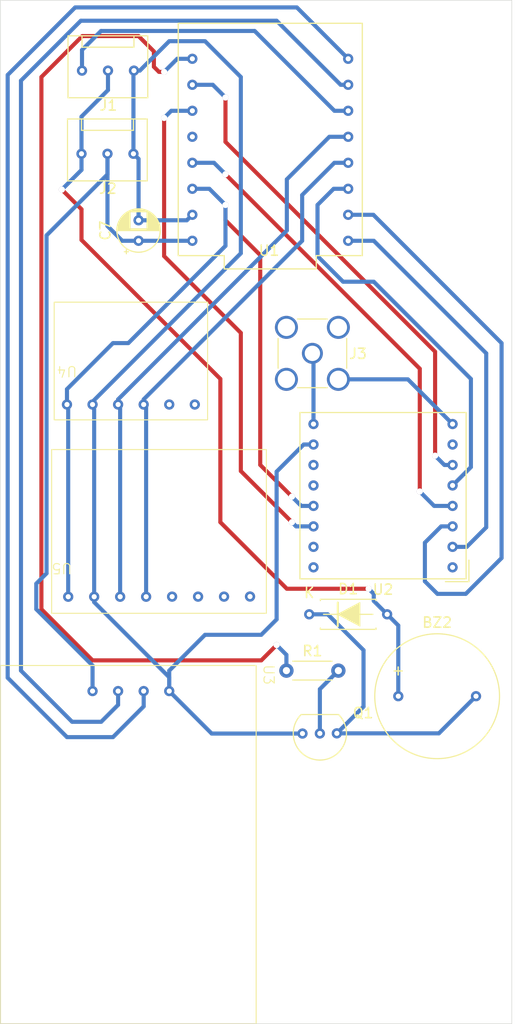
<source format=kicad_pcb>
(kicad_pcb (version 20240108) (generator "pcbnew") (generator_version "8.0")
  (layers (0 "F.Cu" signal) (31 "B.Cu" signal) (34 "B.Paste" user) (35 "F.Paste" user) (36 "B.SilkS" user "B.Silkscreen") (37 "F.SilkS" user "F.Silkscreen") (38 "B.Mask" user) (39 "F.Mask" user) (44 "Edge.Cuts" user))
  (net 0 "")
  (net 1 "Net-(BZ2-+)")
  (net 2 "Net-(BZ2--)")
  (net 3 "Net-(J1-Pin_1)")
  (net 4 "Net-(J1-Pin_3)")
  (net 5 "Net-(Q1-B)")
  (net 6 "Net-(U1-GPIO0)")
  (net 7 "Net-(U1-GPIO20)")
  (net 8 "Net-(U1-GPIO2)")
  (net 9 "Net-(U1-3V3)")
  (net 10 "Net-(U1-GPIO4)")
  (net 12 "Net-(U1-GPIO9)")
  (net 13 "Net-(U1-GPIO21)")
  (net 14 "Net-(U1-GPIO7)")
  (net 15 "Net-(U1-GPIO6)")
  (net 16 "Net-(U1-GPIO8)")
  (net 17 "Net-(U1-GPIO5)")
  (net 18 "Net-(U1-GPIO1)")
  (net 20 "Net-(J3-In)")
  (net 26 "Net-(J3-Ext)")
  (net 33 "Net-(J2-Pin_2)")
  (footprint "PCM_Diode_THT_AKL:D_DO-41_SOD81_P7.62mm_Horizontal" (layer "F.Cu") (at 160.19 88.5)
    (property "Reference" "D1")
    (property "Value" "1N4007" (hide yes))
  )
  (footprint "PCM_Capacitor_THT_AKL:CP_Radial_D4.0mm_P2.00mm" (layer "F.Cu") (at 143.5 52 90)
    (property "Reference" "C7")
    (property "Value" "10uF" (hide yes))
  )
  (footprint "Connector:FanPinHeader_1x03_P2.54mm_Vertical" (layer "F.Cu") (at 143 43.5 180)
    (property "Reference" "J2")
    (property "Value" "Bateria")
  )
  (footprint "Library:GY-NEO6M-V2" (layer "F.Cu") (at 155 93.5 -90)
    (property "Reference" "U3")
    (property "Value" "GPS")
  )
  (footprint "Library:GY-BMP280" (layer "F.Cu") (at 142.75 64.5 180)
    (property "Reference" "U4")
    (property "Value" "BMP280")
  )
  (footprint "Connector_Coaxial:SMA_Amphenol_901-144_Vertical" (layer "F.Cu") (at 160.5 63)
    (property "Reference" "J3")
    (property "Value" "Antena LoRa")
  )
  (footprint "RF_Module:HOPERF_RFM9XW_THT" (layer "F.Cu") (at 174.2075 83.9075 180)
    (property "Reference" "U2")
    (property "Value" "RFM95W")
  )
  (footprint "ESP32-C3_SUPERMINI_TH:MODULE_ESP32-C3_SUPERMINI" (layer "F.Cu") (at 156.38 42.1 180)
    (property "Reference" "U1")
    (property "Value" "ESP32-C3")
  )
  (footprint "Resistor_THT:R_Axial_DIN0204_L3.6mm_D1.6mm_P5.08mm_Horizontal" (layer "F.Cu") (at 157.96 94)
    (property "Reference" "R1")
    (property "Value" "1k")
  )
  (footprint "Package_TO_SOT_THT:TO-92_Inline" (layer "F.Cu") (at 162.5 100.14 180)
    (property "Reference" "Q1")
    (property "Value" "BC547")
  )
  (footprint "Library:GY-521" (layer "F.Cu") (at 145.5 88.4 180)
    (property "Reference" "U5")
    (property "Value" "GY-521")
  )
  (footprint "Connector:FanPinHeader_1x03_P2.54mm_Vertical" (layer "F.Cu") (at 143.05 35.375 180)
    (property "Reference" "J1")
    (property "Value" "Servo Motor")
  )
  (footprint "Buzzer_Beeper:Buzzer_12x9.5RM7.6" (layer "F.Cu") (at 168.9 96.5)
    (property "Reference" "BZ2")
    (property "Value" "Buzzer")
  )
  (gr_rect (start 130 28.5) (end 180 128.5) (stroke (width 0.05)) (fill none) (layer "Edge.Cuts"))
  (segment (start 136 47) (end 137.92 48.92) (width 0.4) (layer "F.Cu") (net 1))
  (segment (start 151.5 79.5) (end 158 86) (width 0.4) (layer "F.Cu") (net 1))
  (segment (start 137.92 51.92) (end 151.5 65.5) (width 0.4) (layer "F.Cu") (net 1))
  (segment (start 151.5 65.5) (end 151.5 79.5) (width 0.4) (layer "F.Cu") (net 1))
  (segment (start 137.92 48.92) (end 137.92 51.92) (width 0.4) (layer "F.Cu") (net 1))
  (segment (start 158 86) (end 166 86) (width 0.4) (layer "F.Cu") (net 1))
  (via (at 166 86) (size 0.6) (drill 1) (layers "F.Cu" "B.Cu") (net 1))
  (via (at 136 47) (size 0.6) (drill 1) (layers "F.Cu" "B.Cu") (net 1))
  (segment (start 137.92 43.5) (end 137.92 45.08) (width 0.4) (layer "B.Cu") (net 1))
  (segment (start 166.5 87.19) (end 166.5 86.5) (width 0.4) (layer "B.Cu") (net 1))
  (segment (start 137.92 45.08) (end 136 47) (width 0.4) (layer "B.Cu") (net 1))
  (segment (start 167.81 88.5) (end 166.5 87.19) (width 0.4) (layer "B.Cu") (net 1))
  (segment (start 140.51 37.28) (end 140.51 35.375) (width 0.4) (layer "B.Cu") (net 1))
  (segment (start 168.9 96.5) (end 168.9 89.59) (width 0.4) (layer "B.Cu") (net 1))
  (segment (start 137.92 43.5) (end 137.92 39.87) (width 0.4) (layer "B.Cu") (net 1))
  (segment (start 166.5 86.5) (end 166 86) (width 0.4) (layer "B.Cu") (net 1))
  (segment (start 137.92 39.87) (end 140.51 37.28) (width 0.4) (layer "B.Cu") (net 1))
  (segment (start 168.9 89.59) (end 167.81 88.5) (width 0.4) (layer "B.Cu") (net 1))
  (segment (start 162.89 100.13) (end 172.87 100.13) (width 0.4) (layer "B.Cu") (net 2))
  (segment (start 172.87 100.13) (end 176.5 96.5) (width 0.4) (layer "B.Cu") (net 2))
  (segment (start 160.19 88.5) (end 162 88.5) (width 0.4) (layer "B.Cu") (net 2))
  (segment (start 165.5 92) (end 165.5 97.52) (width 0.4) (layer "B.Cu") (net 2))
  (segment (start 162 88.5) (end 165.5 92) (width 0.4) (layer "B.Cu") (net 2))
  (segment (start 165.5 97.52) (end 162.89 100.13) (width 0.4) (layer "B.Cu") (net 2))
  (segment (start 139.16 86.78) (end 139.16 68.16) (width 0.4) (layer "B.Cu") (net 3))
  (segment (start 153.5 53.227208) (end 139 67.727208) (width 0.4) (layer "B.Cu") (net 3))
  (segment (start 143 35.425) (end 143.05 35.375) (width 0.4) (layer "B.Cu") (net 3))
  (segment (start 150.65 100.15) (end 146.5 96) (width 0.4) (layer "B.Cu") (net 3))
  (segment (start 139.16 68.16) (end 139 68) (width 0.4) (layer "B.Cu") (net 3))
  (segment (start 139 67.727208) (end 139 68) (width 0.4) (layer "B.Cu") (net 3))
  (segment (start 143 43.5) (end 143 35.425) (width 0.4) (layer "B.Cu") (net 3))
  (segment (start 139.16 87.312962) (end 139.16 86.78) (width 0.4) (layer "B.Cu") (net 3))
  (segment (start 143.5 44) (end 143 43.5) (width 0.4) (layer "B.Cu") (net 3))
  (segment (start 150 90.5) (end 155.5 90.5) (width 0.4) (layer "B.Cu") (net 3))
  (segment (start 143.5 50) (end 143.5 44) (width 0.4) (layer "B.Cu") (net 3))
  (segment (start 157 74.560406) (end 159.652906 71.9075) (width 0.4) (layer "B.Cu") (net 3))
  (segment (start 155.5 90.5) (end 157 89) (width 0.4) (layer "B.Cu") (net 3))
  (segment (start 143.05 35.375) (end 143.625 35.375) (width 0.4) (layer "B.Cu") (net 3))
  (segment (start 159.53 100.15) (end 150.65 100.15) (width 0.4) (layer "B.Cu") (net 3))
  (segment (start 146.5 96) (end 146.5 94.652962) (width 0.4) (layer "B.Cu") (net 3))
  (segment (start 146.5 96) (end 146.5 94) (width 0.4) (layer "B.Cu") (net 3))
  (segment (start 159.652906 71.9075) (end 160.6075 71.9075) (width 0.4) (layer "B.Cu") (net 3))
  (segment (start 143.625 35.375) (end 146.5 32.5) (width 0.4) (layer "B.Cu") (net 3))
  (segment (start 153.5 36) (end 153.5 53.227208) (width 0.4) (layer "B.Cu") (net 3))
  (segment (start 146.5 32.5) (end 150 32.5) (width 0.4) (layer "B.Cu") (net 3))
  (segment (start 157 89) (end 157 74.560406) (width 0.4) (layer "B.Cu") (net 3))
  (segment (start 143.5 50) (end 148.22 50) (width 0.4) (layer "B.Cu") (net 3))
  (segment (start 146.5 94) (end 150 90.5) (width 0.4) (layer "B.Cu") (net 3))
  (segment (start 150 32.5) (end 153.5 36) (width 0.4) (layer "B.Cu") (net 3))
  (segment (start 148.22 50) (end 148.76 49.46) (width 0.4) (layer "B.Cu") (net 3))
  (segment (start 146.5 94.652962) (end 139.16 87.312962) (width 0.4) (layer "B.Cu") (net 3))
  (segment (start 137.97 35.375) (end 137.97 33.36) (width 0.4) (layer "B.Cu") (net 4))
  (segment (start 162.652962 39.3) (end 164 39.3) (width 0.4) (layer "B.Cu") (net 4))
  (segment (start 137.97 33.36) (end 139.83 31.5) (width 0.4) (layer "B.Cu") (net 4))
  (segment (start 154.852962 31.5) (end 162.652962 39.3) (width 0.4) (layer "B.Cu") (net 4))
  (segment (start 139.83 31.5) (end 154.852962 31.5) (width 0.4) (layer "B.Cu") (net 4))
  (segment (start 161.23 95.81) (end 163.04 94) (width 0.4) (layer "B.Cu") (net 5))
  (segment (start 161.23 100.14) (end 161.23 95.81) (width 0.4) (layer "B.Cu") (net 5))
  (segment (start 145.5 35.5) (end 146 35.5) (width 0.4) (layer "F.Cu") (net 6))
  (segment (start 134 36) (end 138 32) (width 0.4) (layer "F.Cu") (net 6))
  (segment (start 145 35) (end 145.5 35.5) (width 0.4) (layer "F.Cu") (net 6))
  (segment (start 134 88) (end 134 36) (width 0.4) (layer "F.Cu") (net 6))
  (segment (start 139 93) (end 134 88) (width 0.4) (layer "F.Cu") (net 6))
  (segment (start 157 91.5) (end 155.5 93) (width 0.4) (layer "F.Cu") (net 6))
  (segment (start 143.5 32) (end 145 33.5) (width 0.4) (layer "F.Cu") (net 6))
  (segment (start 138 32) (end 143.5 32) (width 0.4) (layer "F.Cu") (net 6))
  (segment (start 145 33.5) (end 145 35) (width 0.4) (layer "F.Cu") (net 6))
  (segment (start 155.5 93) (end 139 93) (width 0.4) (layer "F.Cu") (net 6))
  (via (at 146 35.5) (size 0.6) (drill 1) (layers "F.Cu" "B.Cu") (net 6))
  (via (at 157 91.5) (size 0.6) (drill 1) (layers "F.Cu" "B.Cu") (net 6))
  (segment (start 157.96 92.46) (end 157 91.5) (width 0.4) (layer "B.Cu") (net 6))
  (segment (start 146 35.5) (end 147.28 34.22) (width 0.4) (layer "B.Cu") (net 6))
  (segment (start 157.96 94) (end 157.96 92.46) (width 0.4) (layer "B.Cu") (net 6))
  (segment (start 147.28 34.22) (end 148.76 34.22) (width 0.4) (layer "B.Cu") (net 6))
  (segment (start 141.5 96) (end 141.5 97.347038) (width 0.4) (layer "B.Cu") (net 7))
  (segment (start 132 94) (end 132 36.35434) (width 0.4) (layer "B.Cu") (net 7))
  (segment (start 163.26 36.76) (end 164 36.76) (width 0.4) (layer "B.Cu") (net 7))
  (segment (start 137 99) (end 132 94) (width 0.4) (layer "B.Cu") (net 7))
  (segment (start 137.85434 30.5) (end 157 30.5) (width 0.4) (layer "B.Cu") (net 7))
  (segment (start 157 30.5) (end 163.26 36.76) (width 0.4) (layer "B.Cu") (net 7))
  (segment (start 132 36.35434) (end 137.85434 30.5) (width 0.4) (layer "B.Cu") (net 7))
  (segment (start 141.5 97.347038) (end 139.847038 99) (width 0.4) (layer "B.Cu") (net 7))
  (segment (start 139.847038 99) (end 137 99) (width 0.4) (layer "B.Cu") (net 7))
  (segment (start 153.5 74.5) (end 153.5 61) (width 0.4) (layer "F.Cu") (net 8))
  (segment (start 153.5 61) (end 146 53.5) (width 0.4) (layer "F.Cu") (net 8))
  (segment (start 146 53.5) (end 146 40) (width 0.4) (layer "F.Cu") (net 8))
  (segment (start 158.5 79.5) (end 153.5 74.5) (width 0.4) (layer "F.Cu") (net 8))
  (via (at 146 40) (size 0.6) (drill 1) (layers "F.Cu" "B.Cu") (net 8))
  (via (at 158.5 79.5) (size 0.6) (drill 1) (layers "F.Cu" "B.Cu") (net 8))
  (segment (start 160.6075 79.9075) (end 158.9075 79.9075) (width 0.4) (layer "B.Cu") (net 8))
  (segment (start 148.76 39.3) (end 146.7 39.3) (width 0.4) (layer "B.Cu") (net 8))
  (segment (start 158.9075 79.9075) (end 158.5 79.5) (width 0.4) (layer "B.Cu") (net 8))
  (segment (start 146.7 39.3) (end 146 40) (width 0.4) (layer "B.Cu") (net 8))
  (segment (start 155.4 73.9) (end 155.4 53.4) (width 0.4) (layer "F.Cu") (net 9))
  (segment (start 152 50) (end 152 48.5) (width 0.4) (layer "F.Cu") (net 9))
  (segment (start 158.5 77) (end 155.4 73.9) (width 0.4) (layer "F.Cu") (net 9))
  (segment (start 155.4 53.4) (end 152 50) (width 0.4) (layer "F.Cu") (net 9))
  (via (at 158.5 77) (size 0.6) (drill 1) (layers "F.Cu" "B.Cu") (net 9))
  (via (at 152 48.5) (size 0.6) (drill 1) (layers "F.Cu" "B.Cu") (net 9))
  (segment (start 136.62 68.12) (end 136.5 68) (width 0.4) (layer "B.Cu") (net 9))
  (segment (start 141 62) (end 142.5 62) (width 0.4) (layer "B.Cu") (net 9))
  (segment (start 136.5 68) (end 136.5 66.5) (width 0.4) (layer "B.Cu") (net 9))
  (segment (start 160.6075 77.9075) (end 159.4075 77.9075) (width 0.4) (layer "B.Cu") (net 9))
  (segment (start 136.5 66.5) (end 141 62) (width 0.4) (layer "B.Cu") (net 9))
  (segment (start 152 52.5) (end 152 48.5) (width 0.4) (layer "B.Cu") (net 9))
  (segment (start 136.62 86.78) (end 136.62 68.12) (width 0.4) (layer "B.Cu") (net 9))
  (segment (start 159.4075 77.9075) (end 158.5 77) (width 0.4) (layer "B.Cu") (net 9))
  (segment (start 150.42 46.92) (end 148.76 46.92) (width 0.4) (layer "B.Cu") (net 9))
  (segment (start 142.5 62) (end 152 52.5) (width 0.4) (layer "B.Cu") (net 9))
  (segment (start 152 48.5) (end 150.42 46.92) (width 0.4) (layer "B.Cu") (net 9))
  (segment (start 171 76.5) (end 171 64.5) (width 0.4) (layer "F.Cu") (net 10))
  (segment (start 171 64.5) (end 152 45.5) (width 0.4) (layer "F.Cu") (net 10))
  (segment (start 174.2075 77.9075) (end 174.235228 77.879772) (width 0.4) (layer "F.Cu") (net 10))
  (via (at 171 76.5) (size 0.6) (drill 1) (layers "F.Cu" "B.Cu") (net 10))
  (via (at 152 45.5) (size 0.6) (drill 1) (layers "F.Cu" "B.Cu") (net 10))
  (segment (start 150.88 44.38) (end 152 45.5) (width 0.4) (layer "B.Cu") (net 10))
  (segment (start 174.2075 77.9075) (end 172.4075 77.9075) (width 0.4) (layer "B.Cu") (net 10))
  (segment (start 172.4075 77.9075) (end 171 76.5) (width 0.4) (layer "B.Cu") (net 10))
  (segment (start 148.76 44.38) (end 150.88 44.38) (width 0.4) (layer "B.Cu") (net 10))
  (segment (start 162.16 41.84) (end 164 41.84) (width 0.4) (layer "B.Cu") (net 12))
  (segment (start 158 46) (end 162.16 41.84) (width 0.4) (layer "B.Cu") (net 12))
  (segment (start 158 51) (end 158 46) (width 0.4) (layer "B.Cu") (net 12))
  (segment (start 141.5 67.5) (end 158 51) (width 0.4) (layer "B.Cu") (net 12))
  (segment (start 141.7 86.78) (end 141.7 68.2) (width 0.4) (layer "B.Cu") (net 12))
  (segment (start 141.7 68.2) (end 141.5 68) (width 0.4) (layer "B.Cu") (net 12))
  (segment (start 141.5 68) (end 141.5 67.5) (width 0.4) (layer "B.Cu") (net 12))
  (segment (start 130.7 94.7) (end 136.5 100.5) (width 0.4) (layer "B.Cu") (net 13))
  (segment (start 130.7 35.8) (end 130.7 94.7) (width 0.4) (layer "B.Cu") (net 13))
  (segment (start 158.98 29.2) (end 137.3 29.2) (width 0.4) (layer "B.Cu") (net 13))
  (segment (start 144 97.5) (end 144 96) (width 0.4) (layer "B.Cu") (net 13))
  (segment (start 164 34.22) (end 158.98 29.2) (width 0.4) (layer "B.Cu") (net 13))
  (segment (start 137.3 29.2) (end 130.7 35.8) (width 0.4) (layer "B.Cu") (net 13))
  (segment (start 136.5 100.5) (end 141 100.5) (width 0.4) (layer "B.Cu") (net 13))
  (segment (start 141 100.5) (end 144 97.5) (width 0.4) (layer "B.Cu") (net 13))
  (segment (start 161 53.5) (end 163.5 56) (width 0.4) (layer "B.Cu") (net 14))
  (segment (start 176 65.5) (end 176 74.115) (width 0.4) (layer "B.Cu") (net 14))
  (segment (start 164 47.123012) (end 164 46.92) (width 0.4) (layer "B.Cu") (net 14))
  (segment (start 166.5 56) (end 176 65.5) (width 0.4) (layer "B.Cu") (net 14))
  (segment (start 176 74.115) (end 174.2075 75.9075) (width 0.4) (layer "B.Cu") (net 14))
  (segment (start 164 46.92) (end 162.58 46.92) (width 0.4) (layer "B.Cu") (net 14))
  (segment (start 162.58 46.92) (end 161 48.5) (width 0.4) (layer "B.Cu") (net 14))
  (segment (start 161 48.5) (end 161 53.5) (width 0.4) (layer "B.Cu") (net 14))
  (segment (start 163.5 56) (end 166.5 56) (width 0.4) (layer "B.Cu") (net 14))
  (segment (start 175.5 86.5) (end 179 83) (width 0.4) (layer "B.Cu") (net 15))
  (segment (start 179 62) (end 166.46 49.46) (width 0.4) (layer "B.Cu") (net 15))
  (segment (start 166.46 49.46) (end 164 49.46) (width 0.4) (layer "B.Cu") (net 15))
  (segment (start 172.725 86.5) (end 175.5 86.5) (width 0.4) (layer "B.Cu") (net 15))
  (segment (start 179 83) (end 179 62) (width 0.4) (layer "B.Cu") (net 15))
  (segment (start 174.2075 79.9075) (end 173.0925 79.9075) (width 0.4) (layer "B.Cu") (net 15))
  (segment (start 173.0925 79.9075) (end 171.5 81.5) (width 0.4) (layer "B.Cu") (net 15))
  (segment (start 171.5 85.275) (end 172.725 86.5) (width 0.4) (layer "B.Cu") (net 15))
  (segment (start 171.5 81.5) (end 171.5 85.275) (width 0.4) (layer "B.Cu") (net 15))
  (segment (start 162.652962 44.38) (end 164 44.38) (width 0.4) (layer "B.Cu") (net 16))
  (segment (start 144 68) (end 144 67.5) (width 0.4) (layer "B.Cu") (net 16))
  (segment (start 159.5 52) (end 159.5 47.532962) (width 0.4) (layer "B.Cu") (net 16))
  (segment (start 144 67.5) (end 159.5 52) (width 0.4) (layer "B.Cu") (net 16))
  (segment (start 144.24 68.24) (end 144 68) (width 0.4) (layer "B.Cu") (net 16))
  (segment (start 144.24 86.78) (end 144.24 68.24) (width 0.4) (layer "B.Cu") (net 16))
  (segment (start 159.5 47.532962) (end 162.652962 44.38) (width 0.4) (layer "B.Cu") (net 16))
  (segment (start 177.5 80) (end 177.5 63) (width 0.4) (layer "B.Cu") (net 17))
  (segment (start 175.5925 81.9075) (end 177.5 80) (width 0.4) (layer "B.Cu") (net 17))
  (segment (start 166.5 52) (end 164 52) (width 0.4) (layer "B.Cu") (net 17))
  (segment (start 177.5 63) (end 166.5 52) (width 0.4) (layer "B.Cu") (net 17))
  (segment (start 174.2075 81.9075) (end 175.5925 81.9075) (width 0.4) (layer "B.Cu") (net 17))
  (segment (start 172.5 73) (end 172.5 62.836988) (width 0.4) (layer "F.Cu") (net 18))
  (segment (start 172.5 62.836988) (end 152 42.336988) (width 0.4) (layer "F.Cu") (net 18))
  (segment (start 152 42.336988) (end 152 38) (width 0.4) (layer "F.Cu") (net 18))
  (via (at 172.5 73) (size 0.6) (drill 1) (layers "F.Cu" "B.Cu") (net 18))
  (via (at 152 38) (size 0.6) (drill 1) (layers "F.Cu" "B.Cu") (net 18))
  (segment (start 173.4075 73.9075) (end 172.5 73) (width 0.4) (layer "B.Cu") (net 18))
  (segment (start 150.76 36.76) (end 152 38) (width 0.4) (layer "B.Cu") (net 18))
  (segment (start 174.2075 73.9075) (end 173.4075 73.9075) (width 0.4) (layer "B.Cu") (net 18))
  (segment (start 148.76 36.76) (end 150.76 36.76) (width 0.4) (layer "B.Cu") (net 18))
  (segment (start 160.6075 69.9075) (end 160.6075 63.1075) (width 0.4) (layer "B.Cu") (net 20))
  (segment (start 160.6075 63.1075) (end 160.5 63) (width 0.4) (layer "B.Cu") (net 20))
  (segment (start 169.84 65.54) (end 174.2075 69.9075) (width 0.4) (layer "B.Cu") (net 26))
  (segment (start 163.04 65.54) (end 169.84 65.54) (width 0.4) (layer "B.Cu") (net 26))
  (segment (start 143.5 52) (end 148.76 52) (width 0.4) (layer "B.Cu") (net 33))
  (segment (start 134.5 84.5) (end 134.5 51.475) (width 0.4) (layer "B.Cu") (net 33))
  (segment (start 133.5 85.5) (end 134.5 84.5) (width 0.4) (layer "B.Cu") (net 33))
  (segment (start 139 96) (end 139 93.5) (width 0.4) (layer "B.Cu") (net 33))
  (segment (start 141.9 52) (end 140.46 50.56) (width 0.4) (layer "B.Cu") (net 33))
  (segment (start 143.5 52) (end 141.9 52) (width 0.4) (layer "B.Cu") (net 33))
  (segment (start 140.46 43.5) (end 140.46 50.56) (width 0.4) (layer "B.Cu") (net 33))
  (segment (start 140.46 45.515) (end 140.46 43.5) (width 0.4) (layer "B.Cu") (net 33))
  (segment (start 139 93.5) (end 133.5 88) (width 0.4) (layer "B.Cu") (net 33))
  (segment (start 134.5 51.475) (end 140.46 45.515) (width 0.4) (layer "B.Cu") (net 33))
  (segment (start 133.5 88) (end 133.5 85.5) (width 0.4) (layer "B.Cu") (net 33))
)
</source>
